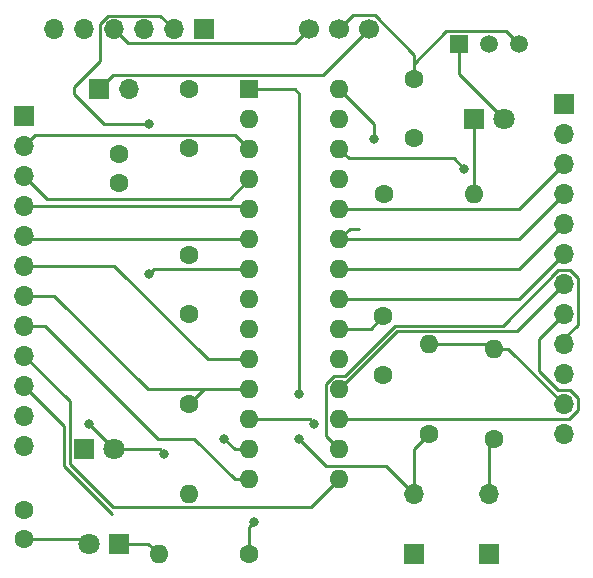
<source format=gbr>
%TF.GenerationSoftware,KiCad,Pcbnew,7.0.1-0*%
%TF.CreationDate,2023-06-05T16:05:10-05:00*%
%TF.ProjectId,ME433 HW4,4d453433-3320-4485-9734-2e6b69636164,rev?*%
%TF.SameCoordinates,Original*%
%TF.FileFunction,Copper,L1,Top*%
%TF.FilePolarity,Positive*%
%FSLAX46Y46*%
G04 Gerber Fmt 4.6, Leading zero omitted, Abs format (unit mm)*
G04 Created by KiCad (PCBNEW 7.0.1-0) date 2023-06-05 16:05:10*
%MOMM*%
%LPD*%
G01*
G04 APERTURE LIST*
%TA.AperFunction,ComponentPad*%
%ADD10C,1.600000*%
%TD*%
%TA.AperFunction,ComponentPad*%
%ADD11O,1.600000X1.600000*%
%TD*%
%TA.AperFunction,ComponentPad*%
%ADD12R,1.700000X1.700000*%
%TD*%
%TA.AperFunction,ComponentPad*%
%ADD13O,1.700000X1.700000*%
%TD*%
%TA.AperFunction,ComponentPad*%
%ADD14R,1.800000X1.800000*%
%TD*%
%TA.AperFunction,ComponentPad*%
%ADD15C,1.800000*%
%TD*%
%TA.AperFunction,ComponentPad*%
%ADD16R,1.600000X1.600000*%
%TD*%
%TA.AperFunction,ComponentPad*%
%ADD17R,1.500000X1.500000*%
%TD*%
%TA.AperFunction,ComponentPad*%
%ADD18C,1.500000*%
%TD*%
%TA.AperFunction,ComponentPad*%
%ADD19C,1.700000*%
%TD*%
%TA.AperFunction,ViaPad*%
%ADD20C,0.800000*%
%TD*%
%TA.AperFunction,Conductor*%
%ADD21C,0.250000*%
%TD*%
G04 APERTURE END LIST*
D10*
%TO.P,R1,1*%
%TO.N,/GREEN*%
X146905000Y-83455000D03*
D11*
%TO.P,R1,2*%
%TO.N,Net-(D1-K)*%
X146905000Y-91075000D03*
%TD*%
D12*
%TO.P,SW2,1,1*%
%TO.N,GND*%
X172305000Y-96155000D03*
D13*
%TO.P,SW2,2,2*%
%TO.N,/USER*%
X172305000Y-91075000D03*
%TD*%
D12*
%TO.P,SW1,1,1*%
%TO.N,GND*%
X165955000Y-96155000D03*
D13*
%TO.P,SW1,2,2*%
%TO.N,/~{MCLR}*%
X165955000Y-91075000D03*
%TD*%
D14*
%TO.P,D1,1,K*%
%TO.N,Net-(D1-K)*%
X138015000Y-87265000D03*
D15*
%TO.P,D1,2,A*%
%TO.N,+3.3V*%
X140555000Y-87265000D03*
%TD*%
D10*
%TO.P,R3,1*%
%TO.N,/~{MCLR}*%
X167225000Y-85995000D03*
D11*
%TO.P,R3,2*%
%TO.N,+3.3V*%
X167225000Y-78375000D03*
%TD*%
D10*
%TO.P,R2,1*%
%TO.N,/YELLOW*%
X151985000Y-96155000D03*
D11*
%TO.P,R2,2*%
%TO.N,Net-(D2-K)*%
X144365000Y-96155000D03*
%TD*%
D14*
%TO.P,D3,1,K*%
%TO.N,Net-(D3-K)*%
X171035000Y-59325000D03*
D15*
%TO.P,D3,2,A*%
%TO.N,Net-(D3-A)*%
X173575000Y-59325000D03*
%TD*%
D12*
%TO.P,J2,1*%
%TO.N,/B15*%
X178655000Y-58055000D03*
D13*
%TO.P,J2,2*%
%TO.N,/B14*%
X178655000Y-60595000D03*
%TO.P,J2,3*%
%TO.N,/B13*%
X178655000Y-63135000D03*
%TO.P,J2,4*%
%TO.N,/B12*%
X178655000Y-65675000D03*
%TO.P,J2,5*%
%TO.N,/B11*%
X178655000Y-68215000D03*
%TO.P,J2,6*%
%TO.N,/B10*%
X178655000Y-70755000D03*
%TO.P,J2,7*%
%TO.N,/B9*%
X178655000Y-73295000D03*
%TO.P,J2,8*%
%TO.N,/B8*%
X178655000Y-75835000D03*
%TO.P,J2,9*%
%TO.N,/B7*%
X178655000Y-78375000D03*
%TO.P,J2,10*%
%TO.N,/Vin*%
X178655000Y-80915000D03*
%TO.P,J2,11*%
%TO.N,+3.3V*%
X178655000Y-83455000D03*
%TO.P,J2,12*%
%TO.N,unconnected-(J2-Pad12)*%
X178655000Y-85995000D03*
%TD*%
D10*
%TO.P,C4,1*%
%TO.N,Net-(SW3-B)*%
X165955000Y-55880000D03*
%TO.P,C4,2*%
%TO.N,GND*%
X165955000Y-60880000D03*
%TD*%
%TO.P,R5,1*%
%TO.N,GND*%
X163415000Y-65675000D03*
D11*
%TO.P,R5,2*%
%TO.N,Net-(D3-K)*%
X171035000Y-65675000D03*
%TD*%
D12*
%TO.P,J3,1,Power*%
%TO.N,Net-(J3-Power)*%
X139285000Y-56785000D03*
D13*
%TO.P,J3,2,GND*%
%TO.N,GND*%
X141825000Y-56785000D03*
%TD*%
D10*
%TO.P,C1,1*%
%TO.N,+3.3V*%
X132935000Y-94885000D03*
%TO.P,C1,2*%
%TO.N,GND*%
X132935000Y-92385000D03*
%TD*%
D12*
%TO.P,J1,1*%
%TO.N,/A0*%
X132935000Y-59025000D03*
D13*
%TO.P,J1,2*%
%TO.N,/A1*%
X132935000Y-61565000D03*
%TO.P,J1,3*%
%TO.N,/B0*%
X132935000Y-64105000D03*
%TO.P,J1,4*%
%TO.N,/B1*%
X132935000Y-66645000D03*
%TO.P,J1,5*%
%TO.N,/B2*%
X132935000Y-69185000D03*
%TO.P,J1,6*%
%TO.N,/A3*%
X132935000Y-71725000D03*
%TO.P,J1,7*%
%TO.N,/GREEN*%
X132935000Y-74265000D03*
%TO.P,J1,8*%
%TO.N,/YELLOW*%
X132935000Y-76805000D03*
%TO.P,J1,9*%
%TO.N,/B6*%
X132935000Y-79345000D03*
%TO.P,J1,10*%
%TO.N,/Vin*%
X132935000Y-81885000D03*
%TO.P,J1,11*%
%TO.N,+3.3V*%
X132935000Y-84425000D03*
%TO.P,J1,12*%
%TO.N,GND*%
X132935000Y-86965000D03*
%TD*%
D14*
%TO.P,D2,1,K*%
%TO.N,Net-(D2-K)*%
X140970000Y-95250000D03*
D15*
%TO.P,D2,2,A*%
%TO.N,+3.3V*%
X138430000Y-95250000D03*
%TD*%
D16*
%TO.P,U1,1,~{MCLR}*%
%TO.N,/~{MCLR}*%
X151995000Y-56770000D03*
D11*
%TO.P,U1,2,A0*%
%TO.N,/A0*%
X151995000Y-59310000D03*
%TO.P,U1,3,A1*%
%TO.N,/A1*%
X151995000Y-61850000D03*
%TO.P,U1,4,B0*%
%TO.N,/B0*%
X151995000Y-64390000D03*
%TO.P,U1,5,B1*%
%TO.N,/B1*%
X151995000Y-66930000D03*
%TO.P,U1,6,B2*%
%TO.N,/B2*%
X151995000Y-69470000D03*
%TO.P,U1,7,B3*%
%TO.N,/U1TX*%
X151995000Y-72010000D03*
%TO.P,U1,8,Vss*%
%TO.N,GND*%
X151995000Y-74550000D03*
%TO.P,U1,9,A2*%
%TO.N,/U1RX*%
X151995000Y-77090000D03*
%TO.P,U1,10,A3*%
%TO.N,/A3*%
X151995000Y-79630000D03*
%TO.P,U1,11,B4*%
%TO.N,/GREEN*%
X151995000Y-82170000D03*
%TO.P,U1,12,A4*%
%TO.N,/USER*%
X151995000Y-84710000D03*
%TO.P,U1,13,Vdd*%
%TO.N,+3.3V*%
X151995000Y-87250000D03*
%TO.P,U1,14,B5*%
%TO.N,/YELLOW*%
X151995000Y-89790000D03*
%TO.P,U1,15,B6*%
%TO.N,/B6*%
X159615000Y-89790000D03*
%TO.P,U1,16,B7*%
%TO.N,/B7*%
X159615000Y-87250000D03*
%TO.P,U1,17,B8*%
%TO.N,/B8*%
X159615000Y-84710000D03*
%TO.P,U1,18,B9*%
%TO.N,/B9*%
X159615000Y-82170000D03*
%TO.P,U1,19,Vss*%
%TO.N,GND*%
X159615000Y-79630000D03*
%TO.P,U1,20,Vcap*%
%TO.N,Net-(U1-Vcap)*%
X159615000Y-77090000D03*
%TO.P,U1,21,B10*%
%TO.N,/B10*%
X159615000Y-74550000D03*
%TO.P,U1,22,B11*%
%TO.N,/B11*%
X159615000Y-72010000D03*
%TO.P,U1,23,B12*%
%TO.N,/B12*%
X159615000Y-69470000D03*
%TO.P,U1,24,B13*%
%TO.N,/B13*%
X159615000Y-66930000D03*
%TO.P,U1,25,B14*%
%TO.N,/B14*%
X159615000Y-64390000D03*
%TO.P,U1,26,B15*%
%TO.N,/B15*%
X159615000Y-61850000D03*
%TO.P,U1,27,AVss*%
%TO.N,GND*%
X159615000Y-59310000D03*
%TO.P,U1,28,AVdd*%
%TO.N,+3.3V*%
X159615000Y-56770000D03*
%TD*%
D10*
%TO.P,C6,1*%
%TO.N,Net-(D3-A)*%
X146905000Y-61785000D03*
%TO.P,C6,2*%
%TO.N,GND*%
X146905000Y-56785000D03*
%TD*%
D17*
%TO.P,U3,1,VO*%
%TO.N,Net-(D3-A)*%
X169765000Y-52975000D03*
D18*
%TO.P,U3,2,GND*%
%TO.N,GND*%
X172305000Y-52975000D03*
%TO.P,U3,3,VI*%
%TO.N,Net-(SW3-B)*%
X174845000Y-52975000D03*
%TD*%
D10*
%TO.P,C2,1*%
%TO.N,Net-(U1-Vcap)*%
X163339957Y-76015340D03*
%TO.P,C2,2*%
%TO.N,GND*%
X163339957Y-81015340D03*
%TD*%
D12*
%TO.P,U2,1*%
%TO.N,unconnected-(U2-Pad1)*%
X148150000Y-51730000D03*
D13*
%TO.P,U2,2*%
%TO.N,/U1TX*%
X145610000Y-51730000D03*
%TO.P,U2,3*%
%TO.N,/U1RX*%
X143070000Y-51730000D03*
%TO.P,U2,4*%
%TO.N,+5V*%
X140530000Y-51730000D03*
%TO.P,U2,5*%
%TO.N,unconnected-(U2-Pad5)*%
X137990000Y-51730000D03*
%TO.P,U2,6*%
%TO.N,GND*%
X135450000Y-51730000D03*
%TD*%
D19*
%TO.P,SW3,1,A*%
%TO.N,+5V*%
X157065000Y-51705000D03*
%TO.P,SW3,2,B*%
%TO.N,Net-(SW3-B)*%
X159605000Y-51705000D03*
%TO.P,SW3,3,C*%
%TO.N,Net-(J3-Power)*%
X162145000Y-51705000D03*
%TD*%
D10*
%TO.P,R4,1*%
%TO.N,/USER*%
X172720000Y-86360000D03*
D11*
%TO.P,R4,2*%
%TO.N,+3.3V*%
X172720000Y-78740000D03*
%TD*%
D10*
%TO.P,C3,1*%
%TO.N,+3.3V*%
X140970000Y-64730000D03*
%TO.P,C3,2*%
%TO.N,GND*%
X140970000Y-62230000D03*
%TD*%
%TO.P,C5,1*%
%TO.N,Net-(D3-A)*%
X146905000Y-70835000D03*
%TO.P,C5,2*%
%TO.N,GND*%
X146905000Y-75835000D03*
%TD*%
D20*
%TO.N,+3.3V*%
X149860000Y-86360000D03*
X144780000Y-87630000D03*
X138430000Y-85090000D03*
X162560000Y-60960000D03*
%TO.N,/YELLOW*%
X152400000Y-93434500D03*
%TO.N,/B15*%
X170180000Y-63500000D03*
%TO.N,/USER*%
X157480000Y-85090000D03*
%TO.N,/~{MCLR}*%
X156210000Y-86360000D03*
X156210000Y-82550000D03*
%TO.N,/U1TX*%
X143510000Y-72390000D03*
X143510000Y-59690000D03*
%TD*%
D21*
%TO.N,+3.3V*%
X172720000Y-78740000D02*
X173940000Y-78740000D01*
X140555000Y-87265000D02*
X144415000Y-87265000D01*
X173940000Y-78740000D02*
X178655000Y-83455000D01*
X140920000Y-87630000D02*
X140970000Y-87630000D01*
X151995000Y-87250000D02*
X150750000Y-87250000D01*
X167225000Y-78375000D02*
X172355000Y-78375000D01*
X162560000Y-59715000D02*
X162560000Y-60960000D01*
X144415000Y-87265000D02*
X144780000Y-87630000D01*
X140555000Y-87265000D02*
X140920000Y-87630000D01*
X172355000Y-78375000D02*
X172720000Y-78740000D01*
X159615000Y-56770000D02*
X162560000Y-59715000D01*
X140555000Y-87265000D02*
X138430000Y-85140000D01*
X132935000Y-94885000D02*
X138065000Y-94885000D01*
X150750000Y-87250000D02*
X149860000Y-86360000D01*
X138065000Y-94885000D02*
X138430000Y-95250000D01*
X138430000Y-85140000D02*
X138430000Y-85090000D01*
%TO.N,Net-(U1-Vcap)*%
X162265297Y-77090000D02*
X163339957Y-76015340D01*
X159615000Y-77090000D02*
X162265297Y-77090000D01*
%TO.N,Net-(SW3-B)*%
X165955000Y-55880000D02*
X165955000Y-53853299D01*
X173770000Y-51900000D02*
X168690000Y-51900000D01*
X165955000Y-54635000D02*
X165955000Y-55880000D01*
X165955000Y-53853299D02*
X162631701Y-50530000D01*
X160780000Y-50530000D02*
X159605000Y-51705000D01*
X168690000Y-51900000D02*
X165955000Y-54635000D01*
X162631701Y-50530000D02*
X160780000Y-50530000D01*
X174845000Y-52975000D02*
X173770000Y-51900000D01*
%TO.N,Net-(D3-A)*%
X173575000Y-59325000D02*
X169765000Y-55515000D01*
X169765000Y-55515000D02*
X169765000Y-52975000D01*
%TO.N,Net-(D2-K)*%
X140970000Y-95250000D02*
X143460000Y-95250000D01*
X143460000Y-95250000D02*
X144365000Y-96155000D01*
%TO.N,Net-(D3-K)*%
X171035000Y-65675000D02*
X171035000Y-59325000D01*
%TO.N,/A1*%
X132935000Y-61565000D02*
X133840000Y-60660000D01*
X150805000Y-60660000D02*
X151995000Y-61850000D01*
X133840000Y-60660000D02*
X150805000Y-60660000D01*
%TO.N,/B0*%
X132935000Y-64105000D02*
X134870000Y-66040000D01*
X134870000Y-66040000D02*
X150345000Y-66040000D01*
X150345000Y-66040000D02*
X151995000Y-64390000D01*
%TO.N,/B1*%
X151710000Y-66645000D02*
X151995000Y-66930000D01*
X132935000Y-66645000D02*
X151710000Y-66645000D01*
%TO.N,/B2*%
X133220000Y-69470000D02*
X132935000Y-69185000D01*
X151995000Y-69470000D02*
X133220000Y-69470000D01*
%TO.N,/A3*%
X132935000Y-71725000D02*
X140575991Y-71725000D01*
X148480991Y-79630000D02*
X151995000Y-79630000D01*
X140575991Y-71725000D02*
X148480991Y-79630000D01*
%TO.N,/GREEN*%
X143400991Y-82170000D02*
X148590000Y-82170000D01*
X148190000Y-82170000D02*
X148590000Y-82170000D01*
X132935000Y-74265000D02*
X135495991Y-74265000D01*
X148590000Y-82170000D02*
X151995000Y-82170000D01*
X146905000Y-83455000D02*
X148190000Y-82170000D01*
X135495991Y-74265000D02*
X143400991Y-82170000D01*
%TO.N,/YELLOW*%
X147320000Y-86360000D02*
X150750000Y-89790000D01*
X134715000Y-76805000D02*
X144270000Y-86360000D01*
X144270000Y-86360000D02*
X147320000Y-86360000D01*
X150750000Y-89790000D02*
X151995000Y-89790000D01*
X132935000Y-76805000D02*
X134715000Y-76805000D01*
X151985000Y-96155000D02*
X151985000Y-93849500D01*
X151985000Y-93849500D02*
X152400000Y-93434500D01*
%TO.N,/B6*%
X136790000Y-88530000D02*
X140460000Y-92200000D01*
X140460000Y-92200000D02*
X157205000Y-92200000D01*
X132935000Y-79345000D02*
X136790000Y-83200000D01*
X157205000Y-92200000D02*
X159615000Y-89790000D01*
X136790000Y-83200000D02*
X136790000Y-88530000D01*
%TO.N,/Vin*%
X136340000Y-88716396D02*
X140333604Y-92710000D01*
X136340000Y-85290000D02*
X136340000Y-88716396D01*
X132935000Y-81885000D02*
X136340000Y-85290000D01*
%TO.N,/B15*%
X160414999Y-62649999D02*
X169329999Y-62649999D01*
X159615000Y-61850000D02*
X160414999Y-62649999D01*
X169329999Y-62649999D02*
X170180000Y-63500000D01*
%TO.N,/B13*%
X159615000Y-66930000D02*
X174860000Y-66930000D01*
X174860000Y-66930000D02*
X178655000Y-63135000D01*
%TO.N,/B12*%
X160505000Y-68580000D02*
X161290000Y-68580000D01*
X174860000Y-69470000D02*
X178655000Y-65675000D01*
X159615000Y-69470000D02*
X160505000Y-68580000D01*
X159615000Y-69470000D02*
X174860000Y-69470000D01*
%TO.N,/B11*%
X174860000Y-72010000D02*
X178655000Y-68215000D01*
X159615000Y-72010000D02*
X174860000Y-72010000D01*
%TO.N,/B10*%
X174860000Y-74550000D02*
X178655000Y-70755000D01*
X159615000Y-74550000D02*
X174860000Y-74550000D01*
%TO.N,/B9*%
X159615000Y-82170000D02*
X164535000Y-77250000D01*
X174700000Y-77250000D02*
X178655000Y-73295000D01*
X164535000Y-77250000D02*
X174700000Y-77250000D01*
%TO.N,/B8*%
X176530000Y-80641701D02*
X176530000Y-77960000D01*
X159615000Y-84710000D02*
X179061701Y-84710000D01*
X179830000Y-83941701D02*
X179830000Y-82968299D01*
X179830000Y-82968299D02*
X179141701Y-82280000D01*
X178168299Y-82280000D02*
X176530000Y-80641701D01*
X179141701Y-82280000D02*
X178168299Y-82280000D01*
X176530000Y-77960000D02*
X178655000Y-75835000D01*
X179061701Y-84710000D02*
X179830000Y-83941701D01*
%TO.N,/B7*%
X159149009Y-81045000D02*
X160103604Y-81045000D01*
X179141701Y-72120000D02*
X179830000Y-72808299D01*
X179830000Y-72808299D02*
X179830000Y-76710000D01*
X164348604Y-76800000D02*
X173488299Y-76800000D01*
X158490000Y-86125000D02*
X158490000Y-81704009D01*
X179830000Y-76710000D02*
X178165000Y-78375000D01*
X178165000Y-78375000D02*
X178655000Y-78375000D01*
X158490000Y-81704009D02*
X159149009Y-81045000D01*
X159615000Y-87250000D02*
X158490000Y-86125000D01*
X160103604Y-81045000D02*
X164348604Y-76800000D01*
X178168299Y-72120000D02*
X179141701Y-72120000D01*
X173488299Y-76800000D02*
X178168299Y-72120000D01*
%TO.N,Net-(J3-Power)*%
X140460000Y-55610000D02*
X139285000Y-56785000D01*
X158240000Y-55610000D02*
X140460000Y-55610000D01*
X162145000Y-51705000D02*
X158240000Y-55610000D01*
%TO.N,/USER*%
X151995000Y-84710000D02*
X157100000Y-84710000D01*
X172305000Y-86775000D02*
X172720000Y-86360000D01*
X172305000Y-91075000D02*
X172305000Y-86775000D01*
X157100000Y-84710000D02*
X157480000Y-85090000D01*
%TO.N,+5V*%
X157065000Y-51705000D02*
X155865000Y-52905000D01*
X155865000Y-52905000D02*
X141705000Y-52905000D01*
X141705000Y-52905000D02*
X140530000Y-51730000D01*
%TO.N,/~{MCLR}*%
X156210000Y-57150000D02*
X155830000Y-56770000D01*
X165955000Y-91075000D02*
X163545000Y-88665000D01*
X165955000Y-87265000D02*
X167225000Y-85995000D01*
X165955000Y-91075000D02*
X165955000Y-87265000D01*
X156210000Y-82550000D02*
X156210000Y-57150000D01*
X158515000Y-88665000D02*
X156210000Y-86360000D01*
X163545000Y-88665000D02*
X158515000Y-88665000D01*
X155830000Y-56770000D02*
X151995000Y-56770000D01*
%TO.N,/U1TX*%
X143890000Y-72010000D02*
X151995000Y-72010000D01*
X144435000Y-50555000D02*
X140043299Y-50555000D01*
X140043299Y-50555000D02*
X139355000Y-51243299D01*
X139700000Y-59690000D02*
X143510000Y-59690000D01*
X143510000Y-72390000D02*
X143890000Y-72010000D01*
X139355000Y-51243299D02*
X139355000Y-54365000D01*
X137160000Y-56560000D02*
X137160000Y-57150000D01*
X137160000Y-57150000D02*
X139700000Y-59690000D01*
X145610000Y-51730000D02*
X144435000Y-50555000D01*
X139355000Y-54365000D02*
X137160000Y-56560000D01*
%TD*%
M02*

</source>
